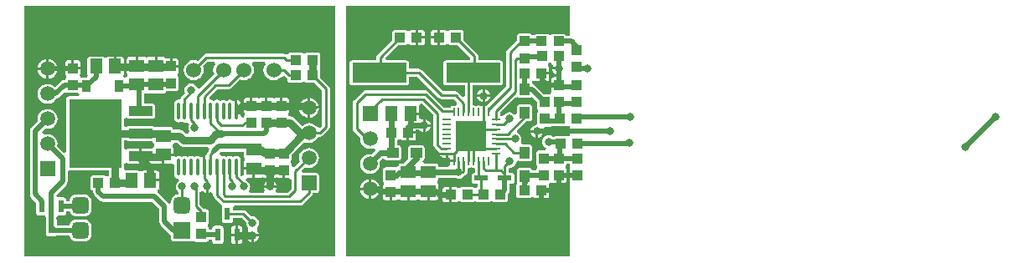
<source format=gtl>
%FSDAX23Y23*%
%MOIN*%
%SFA1B1*%

%IPPOS*%
%AMD18*
4,1,8,-0.016700,-0.033400,0.016700,-0.033400,0.033400,-0.016700,0.033400,0.016700,0.016700,0.033400,-0.016700,0.033400,-0.033400,0.016700,-0.033400,-0.016700,-0.016700,-0.033400,0.0*
1,1,0.033400,-0.016700,-0.016700*
1,1,0.033400,0.016700,-0.016700*
1,1,0.033400,0.016700,0.016700*
1,1,0.033400,-0.016700,0.016700*
%
%ADD10R,0.039400X0.043300*%
%ADD11R,0.023600X0.051200*%
%ADD12R,0.051200X0.059100*%
%ADD13O,0.013800X0.070900*%
%ADD14R,0.059100X0.051200*%
%ADD15R,0.035800X0.048000*%
%ADD16R,0.094500X0.129900*%
%ADD17R,0.094500X0.039400*%
G04~CAMADD=18~8~0.0~0.0~669.0~669.0~167.0~0.0~15~0.0~0.0~0.0~0.0~0~0.0~0.0~0.0~0.0~0~0.0~0.0~0.0~180.0~668.0~668.0*
%ADD18D18*%
%ADD19R,0.066900X0.066900*%
%ADD20R,0.043300X0.039400*%
%ADD21R,0.039400X0.045300*%
%ADD22R,0.057100X0.021700*%
%ADD23R,0.216500X0.078700*%
%ADD24R,0.045300X0.039400*%
%ADD25R,0.122000X0.122000*%
%ADD26O,0.033500X0.009800*%
%ADD27O,0.009800X0.033500*%
%ADD28C,0.010000*%
%ADD29C,0.023600*%
%ADD30C,0.020000*%
%ADD31C,0.019700*%
%ADD32C,0.030000*%
%ADD33C,0.029000*%
%ADD34R,0.210000X0.275000*%
%ADD35R,0.059100X0.059100*%
%ADD36C,0.059100*%
%ADD37C,0.060000*%
%ADD38C,0.031500*%
%LNde-060718-1*%
%LPD*%
G36*
X02436Y02113D02*
X01201D01*
Y03113*
X02436*
Y02113*
G37*
G36*
X03299Y02886D02*
X03302Y02881D01*
X03303Y02874*
X03302Y02871*
X03302Y02870*
X03327*
Y02860*
X03302*
X03302Y02858*
X03305Y02852*
X03309Y02846*
X03314Y02842*
X03320Y02839*
X03318Y02830*
X03309*
X03305Y02829*
X03302Y02827*
X03299Y02824*
X03299Y02820*
Y02803*
X03329*
Y02793*
X03299*
Y02776*
X03299Y02772*
X03294Y02764*
X03291Y02762*
X03269*
X03235Y02795*
X03229Y02800*
X03223Y02801*
X03220Y02809*
Y02809*
X03222Y02814*
X03223Y02814*
X03231Y02816*
X03235Y02816*
X03252*
Y02846*
X03257*
Y02851*
X03289*
Y02865*
X03288Y02869*
X03286Y02872*
X03284Y02874*
X03283Y02879*
X03285Y02884*
X03286Y02884*
X03288Y02886*
X03289Y02887*
X03298*
X03299Y02886*
G37*
G36*
X03372Y02994D02*
X03358D01*
X03357Y02996*
X03355Y02999*
X03352Y03002*
X03348Y03002*
X03304*
X03300Y03002*
X03298Y03000*
X03297Y02999*
X03288*
X03287Y03000*
X03285Y03002*
X03281Y03002*
X03237*
X03234Y03002*
X03230Y02999*
X03229Y02998*
X03223Y02998*
X03219Y02999*
X03216Y03002*
X03213Y03004*
X03209Y03005*
X03170*
X03166Y03004*
X03163Y03002*
X03160Y02999*
X03160Y02995*
Y02976*
X03122Y02938*
X03118Y02933*
X03117Y02928*
Y02793*
X03038Y02713*
X03034Y02716*
X03033Y02716*
Y02704*
X03032Y02702*
Y02690*
X03023*
Y02702*
X03023Y02704*
Y02716*
X03022Y02716*
X03018Y02713*
X03014Y02716*
X03008Y02717*
X03002Y02716*
X02998Y02713*
X02994Y02716*
X02988Y02717*
X02984Y02721*
Y02798*
X03095*
X03099Y02799*
X03102Y02801*
X03104Y02804*
X03105Y02808*
Y02887*
X03104Y02891*
X03102Y02894*
X03099Y02896*
X03095Y02897*
X03006*
Y02914*
X03005Y02920*
X03001Y02925*
X02949Y02977*
Y03007*
X02948Y03011*
X02946Y03014*
X02943Y03017*
X02939Y03017*
X02895*
X02891Y03017*
X02890Y03015*
X02888Y03014*
X02879*
X02877Y03015*
X02876Y03017*
X02872Y03017*
X02855*
Y02988*
Y02958*
X02872*
X02876Y02958*
X02877Y02960*
X02879Y02961*
X02888*
X02890Y02960*
X02891Y02958*
X02895Y02958*
X02925*
X02975Y02908*
Y02897*
X02878*
X02874Y02896*
X02871Y02894*
X02869Y02891*
X02868Y02887*
Y02808*
X02869Y02804*
X02871Y02801*
X02874Y02799*
X02878Y02798*
X02953*
Y02755*
X02944Y02752*
X02927Y02768*
X02922Y02772*
X02917Y02773*
X02866*
X02780Y02858*
X02775Y02862*
X02770Y02863*
X02731*
Y02887*
X02730Y02891*
X02728Y02894*
X02725Y02896*
X02721Y02897*
X02640*
X02636Y02907*
X02687Y02958*
X02717*
X02721Y02958*
X02722Y02960*
X02724Y02961*
X02733*
X02735Y02960*
X02736Y02958*
X02740Y02958*
X02757*
Y02988*
Y03017*
X02740*
X02736Y03017*
X02735Y03015*
X02733Y03014*
X02724*
X02722Y03015*
X02721Y03017*
X02717Y03017*
X02673*
X02670Y03017*
X02666Y03014*
X02664Y03011*
X02663Y03007*
Y02977*
X02606Y02920*
X02602Y02915*
X02601Y02909*
Y02897*
X02504*
X02500Y02896*
X02497Y02894*
X02495Y02891*
X02494Y02887*
Y02808*
X02495Y02804*
X02497Y02801*
X02500Y02799*
X02504Y02798*
X02721*
X02725Y02799*
X02728Y02801*
X02730Y02804*
X02731Y02808*
Y02832*
X02763*
X02849Y02747*
X02854Y02743*
X02860Y02742*
X02910*
X02922Y02731*
X02920Y02719*
X02915Y02716*
X02910Y02717*
X02904Y02716*
X02899Y02713*
X02896Y02709*
X02871*
X02808Y02772*
X02803Y02776*
X02797Y02777*
X02558*
X02552Y02776*
X02547Y02772*
X02513Y02738*
X02509Y02733*
X02508Y02728*
Y02623*
X02509Y02617*
X02513Y02612*
X02536Y02588*
X02536Y02583*
X02537Y02572*
X02541Y02563*
X02547Y02554*
X02556Y02548*
X02565Y02544*
X02576Y02543*
X02586Y02544*
X02592Y02547*
X02598Y02538*
X02581Y02522*
X02576Y02522*
X02565Y02521*
X02556Y02517*
X02547Y02511*
X02541Y02502*
X02537Y02493*
X02536Y02483*
X02537Y02472*
X02541Y02463*
X02547Y02454*
X02556Y02448*
X02565Y02444*
X02576Y02443*
X02586Y02444*
X02595Y02448*
X02604Y02454*
X02610Y02463*
X02614Y02472*
X02615Y02483*
X02614Y02492*
X02625Y02503*
X02628Y02503*
X02636Y02502*
X02637Y02501*
X02641Y02498*
X02645Y02498*
X02690*
X02694Y02498*
X02697Y02501*
X02699Y02504*
X02700Y02508*
Y02547*
X02699Y02551*
X02697Y02554*
X02694Y02557*
X02690Y02557*
X02683*
Y02578*
X02686Y02578*
X02687Y02580*
X02689Y02581*
X02698*
X02700Y02580*
X02701Y02578*
X02705Y02578*
X02722*
Y02608*
X02727*
Y02613*
X02759*
Y02620*
X02765Y02622*
X02769Y02623*
X02772Y02618*
X02778Y02614*
X02784Y02611*
X02786Y02611*
Y02637*
Y02662*
X02784Y02662*
X02782Y02661*
X02773Y02666*
X02772Y02667*
Y02678*
X02736*
Y02688*
X02772*
Y02712*
X02771Y02714*
X02777Y02723*
X02783Y02724*
X02784Y02724*
X02829Y02679*
Y02559*
X02830Y02553*
X02834Y02548*
X02849Y02533*
X02854Y02529*
X02855Y02529*
X02855Y02527*
X02857Y02529*
X02860Y02528*
X02881*
Y02524*
X02886*
Y02508*
X02893Y02507*
X02894Y02500*
X02910*
Y02490*
X02894*
Y02483*
X02895Y02482*
X02889Y02473*
X02887Y02472*
X02848*
Y02476*
X02847Y02479*
X02845Y02483*
X02842Y02485*
X02838Y02486*
X02793*
X02785Y02496*
X02786Y02498*
X02787Y02499*
X02790Y02501*
X02792Y02504*
X02793Y02508*
Y02547*
X02792Y02551*
X02790Y02554*
X02786Y02557*
X02782Y02557*
X02737*
X02733Y02557*
X02730Y02554*
X02728Y02551*
X02727Y02547*
Y02508*
X02728Y02505*
X02713Y02490*
X02710Y02486*
X02699*
X02695Y02485*
X02692Y02483*
X02690Y02479*
X02689Y02476*
X02688Y02475*
X02679Y02470*
X02678Y02470*
X02639*
X02635Y02469*
X02632Y02467*
X02629Y02464*
X02629Y02460*
Y02416*
X02629Y02412*
X02631Y02411*
X02632Y02409*
Y02400*
X02631Y02398*
X02629Y02397*
X02629Y02393*
Y02376*
X02659*
Y02371*
X02664*
Y02339*
X02678*
X02682Y02340*
X02691Y02341*
X02697Y02340*
X02699Y02339*
X02704*
X02724*
Y02375*
X02734*
Y02339*
X02758*
X02762Y02340*
X02765Y02342*
X02772*
X02775Y02340*
X02779Y02339*
X02804*
Y02375*
X02809*
Y02380*
X02848*
Y02401*
X02847Y02405*
X02846Y02406*
X02845Y02408*
Y02417*
X02846Y02419*
X02847Y02420*
X02848Y02424*
Y02428*
X02918*
X02923Y02426*
X02929Y02425*
X02936Y02426*
X02942Y02428*
X02948Y02432*
X02951Y02437*
X02955Y02439*
X02960Y02444*
X02963Y02449*
X02964Y02455*
Y02464*
X02969Y02468*
X02975Y02469*
X02979Y02472*
X02983Y02469*
X02988Y02468*
X02993Y02464*
Y02448*
X02991*
X02987Y02447*
X02984Y02445*
X02981Y02441*
X02981Y02437*
Y02416*
X02981Y02412*
X02984Y02409*
X02987Y02406*
X02991Y02406*
X03004*
Y02390*
X03001Y02390*
X02997Y02387*
X02992*
X02989Y02390*
X02985Y02390*
X02941*
X02937Y02390*
X02936Y02388*
X02934Y02387*
X02925*
X02923Y02388*
X02922Y02390*
X02918Y02390*
X02901*
Y02361*
Y02331*
X02918*
X02922Y02331*
X02923Y02333*
X02925Y02334*
X02934*
X02936Y02333*
X02937Y02331*
X02941Y02331*
X02985*
X02989Y02331*
X02992Y02334*
X02997*
X03001Y02331*
X03004Y02331*
X03048*
X03052Y02331*
X03054Y02333*
X03055Y02334*
X03064*
X03065Y02333*
X03067Y02331*
X03071Y02331*
X03115*
X03119Y02331*
X03122Y02334*
X03124Y02337*
X03125Y02341*
Y02364*
X03126Y02365*
X03131Y02372*
X03132Y02379*
Y02406*
X03140*
X03144Y02406*
X03148Y02409*
X03150Y02412*
X03151Y02416*
Y02437*
X03150Y02441*
X03148Y02445*
X03144Y02447*
X03140Y02448*
X03127*
Y02465*
X03131Y02468*
X03137Y02468*
X03144Y02471*
X03149Y02475*
X03153Y02481*
X03156Y02487*
X03156Y02492*
X03160Y02495*
X03166Y02497*
X03168Y02496*
X03172Y02495*
X03211*
X03215Y02496*
X03218Y02498*
X03221Y02501*
X03221Y02505*
Y02550*
X03221Y02554*
X03218Y02558*
X03215Y02560*
X03211Y02561*
X03181*
X03177Y02567*
X03176Y02571*
X03178Y02576*
X03179Y02583*
X03178Y02589*
X03175Y02596*
X03171Y02601*
X03166Y02605*
X03163Y02606*
X03160Y02615*
X03160Y02618*
X03198Y02655*
X03210*
X03214Y02656*
X03217Y02658*
X03220Y02662*
X03220Y02666*
Y02711*
X03220Y02715*
X03217Y02718*
X03214Y02720*
X03210Y02721*
X03171*
X03167Y02720*
X03164Y02718*
X03161Y02715*
X03161Y02711*
Y02683*
X03151Y02680*
X03149Y02682*
X03144Y02686*
X03137Y02689*
X03131Y02690*
X03124Y02689*
X03118Y02686*
X03112Y02682*
X03109Y02678*
X03098Y02676*
X03095Y02679*
X03094Y02690*
X03153Y02749*
X03164Y02751*
X03167Y02749*
X03171Y02748*
X03210*
X03214Y02749*
X03217Y02751*
X03221Y02751*
X03242Y02731*
Y02708*
X03242Y02704*
X03244Y02702*
X03245Y02701*
Y02692*
X03244Y02691*
X03242Y02689*
X03242Y02685*
Y02649*
X03240Y02641*
X03233Y02639*
X03227Y02636*
X03221Y02632*
X03217Y02627*
X03214Y02620*
X03214Y02619*
X03265*
X03265Y02620*
X03264Y02621*
X03270Y02631*
X03291*
X03295Y02632*
X03298Y02634*
X03306*
X03307Y02633*
X03310Y02633*
X03354*
X03358Y02633*
X03360Y02635*
X03361Y02636*
X03370*
X03371Y02635*
X03372*
Y02597*
X03370Y02596*
X03362Y02593*
X03361Y02594*
X03357Y02594*
X03313*
X03310Y02594*
X03307Y02592*
X03303*
X03301Y02594*
X03294Y02597*
X03288Y02598*
X03281Y02597*
X03275Y02594*
X03269Y02590*
X03265Y02585*
X03262Y02578*
X03262Y02572*
X03262Y02565*
X03265Y02559*
X03269Y02553*
X03275Y02549*
X03277Y02548*
X03275Y02538*
X03249*
X03245Y02537*
X03242Y02535*
X03239Y02532*
X03239Y02528*
Y02484*
X03239Y02480*
X03241Y02479*
X03242Y02477*
Y02468*
X03241Y02466*
X03239Y02465*
X03239Y02461*
Y02459*
X03221*
X03221Y02462*
X03218Y02465*
X03215Y02467*
X03211Y02468*
X03172*
X03168Y02467*
X03165Y02465*
X03162Y02462*
X03162Y02458*
Y02413*
X03162Y02409*
X03164Y02406*
X03161Y02404*
X03159Y02401*
X03158Y02397*
Y02358*
X03159Y02354*
X03161Y02351*
X03165Y02348*
X03168Y02348*
X03212*
X03216Y02348*
X03218Y02350*
X03219Y02351*
X03228*
X03229Y02350*
X03231Y02348*
X03235Y02348*
X03252*
Y02378*
X03257*
Y02383*
X03289*
Y02397*
Y02397*
X03289Y02402*
X03292Y02408*
X03299Y02409*
X03305Y02408*
X03306Y02408*
X03309Y02407*
X03324*
Y02439*
X03329*
Y02444*
X03358*
Y02461*
X03358Y02465*
X03356Y02466*
X03355Y02468*
Y02477*
X03356Y02479*
X03358Y02480*
X03358Y02484*
Y02486*
X03371*
Y02483*
X03371Y02479*
X03372Y02479*
Y02464*
X03371Y02464*
X03371Y02460*
Y02416*
X03371Y02413*
X03372Y02412*
Y02113*
X02480*
Y03113*
X03372*
Y02994*
G37*
%LNde-060718-2*%
%LPC*%
G36*
X02104Y02193D02*
X02083D01*
X02083Y02191*
X02086Y02185*
X02090Y02179*
X02096Y02175*
X02102Y02172*
X02104Y02172*
Y02193*
G37*
G36*
X02068Y02196D02*
X02051D01*
Y02165*
X02058*
X02062Y02166*
X02065Y02168*
X02067Y02172*
X02068Y02176*
Y02196*
G37*
G36*
X02134Y02193D02*
X02114D01*
Y02172*
X02115Y02172*
X02122Y02175*
X02127Y02179*
X02131Y02185*
X02134Y02191*
X02134Y02193*
G37*
G36*
X02058Y02237D02*
X02051D01*
Y02206*
X02068*
Y02227*
X02067Y02231*
X02065Y02234*
X02062Y02236*
X02058Y02237*
G37*
G36*
X02041D02*
X02034D01*
X02030Y02236*
X02027Y02234*
X02025Y02231*
X02024Y02227*
Y02206*
X02041*
Y02237*
G37*
G36*
X01413Y02898D02*
X01399D01*
Y02871*
X01423*
Y02888*
X01423Y02892*
X01420Y02895*
X01417Y02897*
X01413Y02898*
G37*
G36*
X01587Y02912D02*
X01566D01*
Y02878*
X01597*
Y02902*
X01596Y02906*
X01594Y02909*
X01590Y02911*
X01587Y02912*
G37*
G36*
X01389Y02898D02*
X01374D01*
X01370Y02897*
X01367Y02895*
X01364Y02892*
X01364Y02888*
Y02871*
X01389*
Y02898*
G37*
G36*
X01299Y02902D02*
Y02868D01*
X01333*
X01332Y02873*
X01328Y02882*
X01322Y02891*
X01313Y02897*
X01304Y02901*
X01299Y02902*
G37*
G36*
X02369Y02927D02*
X02325D01*
X02321Y02927*
X02319Y02925*
X02318Y02924*
X02309*
X02308Y02925*
X02306Y02927*
X02302Y02927*
X02258*
X02255Y02927*
X02251Y02924*
X02248Y02921*
X02241Y02922*
X02239Y02922*
X02234Y02923*
X01924*
X01919Y02922*
X01914Y02918*
X01890Y02894*
X01885Y02897*
X01874Y02898*
X01864Y02897*
X01854Y02892*
X01846Y02886*
X01840Y02878*
X01836Y02868*
X01834Y02858*
X01836Y02847*
X01840Y02837*
X01846Y02829*
X01854Y02823*
X01864Y02819*
X01874Y02817*
X01885Y02819*
X01895Y02823*
X01903Y02829*
X01909Y02837*
X01913Y02847*
X01915Y02858*
X01913Y02868*
X01911Y02873*
X01931Y02892*
X01956*
X01961Y02882*
X01958Y02878*
X01954Y02868*
X01952Y02858*
X01954Y02847*
X01956Y02842*
X01899Y02785*
X01896Y02785*
X01887Y02788*
X01886Y02791*
X01882Y02796*
X01877Y02800*
X01870Y02803*
X01864Y02804*
X01857Y02803*
X01851Y02800*
X01845Y02796*
X01841Y02791*
X01838Y02784*
X01838Y02778*
X01838Y02771*
X01840Y02766*
X01828Y02753*
X01824Y02748*
X01824Y02748*
X01821Y02742*
X01813Y02741*
X01807Y02739*
X01801Y02735*
X01797Y02730*
X01796Y02723*
Y02666*
X01797Y02660*
X01801Y02654*
X01807Y02650*
X01813Y02649*
X01820Y02650*
X01826Y02654*
X01827*
X01832Y02650*
X01839Y02649*
X01846Y02650*
X01849Y02648*
X01856Y02641*
X01853Y02634*
X01853Y02628*
X01853Y02621*
X01856Y02615*
X01857Y02614*
X01853Y02605*
X01843Y02604*
X01834Y02613*
X01826Y02619*
X01816Y02620*
X01793*
Y02621*
X01792Y02624*
X01790Y02628*
X01787Y02630*
X01783Y02631*
X01724*
X01720Y02630*
X01719Y02630*
X01718Y02631*
X01715Y02634*
X01711Y02634*
X01616*
X01613Y02634*
X01609Y02631*
X01609Y02631*
X01599Y02634*
Y02666*
X01609Y02669*
X01609Y02668*
X01613Y02666*
X01616Y02665*
X01711*
X01715Y02666*
X01718Y02668*
X01720Y02672*
X01721Y02675*
Y02715*
X01720Y02719*
X01718Y02722*
X01715Y02724*
X01711Y02725*
X01678*
Y02764*
X01682Y02765*
X01685Y02767*
X01686Y02768*
X01688*
X01691Y02766*
X01695Y02765*
X01754*
X01758Y02766*
X01761Y02768*
X01763Y02772*
X01764Y02774*
X01765Y02774*
X01804*
X01808Y02775*
X01811Y02777*
X01814Y02781*
X01814Y02784*
Y02797*
X01815Y02800*
X01814Y02803*
Y02828*
X01814Y02832*
X01812Y02833*
X01811Y02835*
Y02844*
X01812Y02846*
X01814Y02847*
X01814Y02851*
Y02868*
X01785*
Y02873*
X01780*
Y02905*
X01765*
X01764Y02905*
X01763Y02905*
X01761Y02909*
X01758Y02911*
X01754Y02912*
X01730*
Y02876*
X01720*
Y02912*
X01695*
X01691Y02911*
X01687Y02909*
X01682Y02910*
X01678Y02911*
X01654*
Y02875*
X01649*
Y02870*
X01609*
Y02849*
X01610Y02845*
X01611Y02844*
X01612Y02842*
Y02833*
X01611Y02832*
X01607Y02831*
X01600Y02829*
X01595Y02834*
X01594Y02837*
X01596Y02839*
X01597Y02843*
Y02868*
X01561*
Y02873*
X01556*
Y02912*
X01535*
X01531Y02911*
X01530Y02910*
X01528Y02909*
X01519*
X01517Y02910*
X01516Y02911*
X01512Y02912*
X01461*
X01457Y02911*
X01453Y02909*
X01451Y02906*
X01450Y02902*
Y02843*
X01451Y02839*
X01453Y02837*
X01452Y02832*
X01449Y02827*
X01431*
X01430Y02826*
X01425Y02830*
X01422Y02840*
X01423Y02840*
X01423Y02844*
Y02861*
X01364*
Y02844*
X01364Y02840*
X01366Y02839*
X01367Y02837*
Y02828*
X01366Y02826*
X01364Y02825*
X01364Y02821*
Y02819*
X01360*
X01352Y02818*
X01346Y02814*
X01323Y02791*
X01322Y02791*
X01313Y02797*
X01304Y02801*
X01294Y02802*
X01283Y02801*
X01274Y02797*
X01265Y02791*
X01259Y02782*
X01255Y02773*
X01254Y02763*
X01255Y02752*
X01259Y02743*
X01265Y02734*
X01274Y02728*
X01283Y02724*
X01294Y02723*
X01304Y02724*
X01313Y02728*
X01322Y02734*
X01328Y02743*
X01328Y02743*
X01331Y02744*
X01338Y02748*
X01357Y02767*
X01367Y02770*
X01370Y02768*
X01374Y02767*
X01413*
X01415Y02768*
X01421Y02762*
X01416Y02753*
X01379*
X01375Y02752*
X01371Y02750*
X01369Y02746*
X01368Y02743*
Y02531*
X01358Y02527*
X01332Y02553*
X01333Y02563*
X01332Y02573*
X01328Y02582*
X01322Y02591*
X01313Y02597*
X01304Y02601*
X01294Y02602*
X01283Y02601*
X01282Y02600*
X01271Y02607*
X01270Y02610*
X01284Y02624*
X01294Y02623*
X01304Y02624*
X01313Y02628*
X01322Y02634*
X01328Y02643*
X01332Y02652*
X01333Y02663*
X01332Y02673*
X01328Y02682*
X01322Y02691*
X01313Y02697*
X01304Y02701*
X01294Y02702*
X01283Y02701*
X01274Y02697*
X01265Y02691*
X01259Y02682*
X01255Y02673*
X01254Y02663*
X01255Y02653*
X01229Y02627*
X01225Y02620*
X01223Y02613*
Y02363*
X01225Y02355*
X01229Y02348*
X01249Y02328*
Y02288*
X01250Y02284*
X01252Y02281*
X01255Y02279*
X01259Y02278*
X01283*
X01288Y02269*
Y02262*
X01287Y02261*
X01287Y02257*
Y02206*
X01287Y02202*
X01290Y02198*
X01293Y02196*
X01297Y02195*
X01320*
X01324Y02196*
X01326Y02197*
X01380*
X01381Y02194*
X01383Y02187*
X01388Y02182*
X01393Y02177*
X01400Y02175*
X01407Y02174*
X01440*
X01447Y02175*
X01454Y02177*
X01459Y02182*
X01464Y02187*
X01466Y02194*
X01467Y02201*
Y02234*
X01466Y02241*
X01464Y02248*
X01459Y02253*
X01454Y02258*
X01447Y02260*
X01440Y02261*
X01407*
X01400Y02260*
X01393Y02258*
X01388Y02253*
X01383Y02248*
X01381Y02241*
X01380Y02238*
X01331*
X01331Y02238*
Y02257*
X01330Y02261*
X01329Y02262*
Y02269*
X01334Y02278*
X01358*
X01362Y02279*
X01365Y02281*
X01367Y02284*
X01368Y02288*
Y02293*
X01381*
X01383Y02287*
X01388Y02282*
X01393Y02277*
X01400Y02275*
X01407Y02274*
X01440*
X01447Y02275*
X01454Y02277*
X01459Y02282*
X01464Y02287*
X01466Y02294*
X01467Y02301*
Y02334*
X01466Y02341*
X01464Y02348*
X01459Y02353*
X01454Y02358*
X01447Y02360*
X01440Y02361*
X01407*
X01400Y02360*
X01393Y02358*
X01388Y02353*
X01383Y02348*
X01381Y02341*
X01380Y02334*
X01368*
Y02339*
X01367Y02343*
X01365Y02347*
X01362Y02349*
X01358Y02350*
X01334*
X01329Y02359*
Y02359*
X01368Y02398*
X01372Y02405*
X01374Y02413*
Y02448*
X01379Y02457*
X01537*
Y02437*
X01536*
X01535Y02435*
X01533Y02434*
X01524*
X01522Y02435*
X01521Y02437*
X01517Y02437*
X01473*
X01470Y02437*
X01466Y02434*
X01464Y02431*
X01463Y02427*
Y02388*
X01464Y02384*
X01466Y02381*
X01470Y02378*
X01473Y02378*
X01475*
Y02371*
X01476Y02363*
X01481Y02357*
X01499Y02338*
X01506Y02334*
X01514Y02332*
X01710*
X01738Y02304*
Y02253*
X01740Y02245*
X01744Y02238*
X01779Y02203*
X01785Y02199*
Y02184*
X01786Y02180*
X01788Y02177*
X01791Y02175*
X01795Y02174*
X01862*
X01866Y02175*
X01866*
X01870Y02175*
X01874Y02175*
X01878Y02174*
X01880Y02173*
X01884Y02172*
X01923*
X01927Y02173*
X01930Y02175*
X01933Y02179*
X01933Y02181*
X01949*
Y02176*
X01950Y02172*
X01952Y02168*
X01955Y02166*
X01959Y02165*
X01983*
X01987Y02166*
X01990Y02168*
X01992Y02172*
X01993Y02176*
Y02227*
X01992Y02231*
X01990Y02234*
X01987Y02236*
X01983Y02237*
X01959*
X01955Y02236*
X01952Y02234*
X01950Y02231*
X01949Y02227*
Y02222*
X01933*
Y02226*
X01933Y02230*
X01931Y02231*
X01930Y02233*
Y02242*
X01931Y02244*
X01933Y02245*
X01933Y02249*
Y02293*
X01933Y02297*
X01930Y02300*
X01927Y02302*
X01923Y02303*
X01915*
X01914Y02303*
X01899Y02319*
Y02372*
X01908Y02375*
X01909Y02375*
X01910Y02375*
X01910Y02374*
X01916Y02370*
X01922Y02367*
X01924Y02367*
Y02393*
X01934*
Y02367*
X01935Y02367*
X01942Y02370*
X01942Y02370*
X01952Y02365*
Y02359*
X01953Y02353*
X01956Y02348*
X01983Y02322*
X01988Y02318*
X01987Y02313*
X01987Y02309*
Y02258*
X01987Y02254*
X01990Y02251*
X01993Y02249*
X01997Y02248*
X02020*
X02024Y02249*
X02028Y02251*
X02030Y02254*
X02031Y02258*
Y02269*
X02066*
X02083Y02251*
X02083Y02248*
X02083Y02241*
X02086Y02235*
X02090Y02229*
X02091Y02229*
X02091Y02228*
Y02217*
X02091Y02217*
X02090Y02216*
X02086Y02211*
X02083Y02204*
X02083Y02203*
X02134*
X02134Y02204*
X02131Y02211*
X02127Y02216*
X02126Y02217*
X02126Y02217*
Y02228*
X02126Y02229*
X02127Y02229*
X02131Y02235*
X02134Y02241*
X02135Y02248*
X02134Y02254*
X02131Y02261*
X02127Y02266*
X02122Y02270*
X02115Y02273*
X02109Y02274*
X02105Y02273*
X02083Y02295*
X02078Y02298*
X02072Y02299*
X02031*
Y02309*
X02038Y02317*
X02038Y02317*
X02299*
X02304Y02318*
X02309Y02322*
X02344Y02357*
X02348Y02362*
X02349Y02368*
Y02368*
X02363*
X02367Y02369*
X02370Y02371*
X02372Y02374*
X02373Y02378*
Y02437*
X02372Y02441*
X02370Y02444*
X02367Y02446*
X02363Y02447*
X02309*
X02305Y02457*
X02319Y02471*
X02323Y02469*
X02334Y02468*
X02344Y02469*
X02353Y02473*
X02362Y02479*
X02368Y02488*
X02372Y02497*
X02373Y02508*
X02372Y02518*
X02368Y02527*
X02362Y02536*
X02353Y02542*
X02344Y02546*
X02334Y02547*
X02323Y02546*
X02314Y02542*
X02305Y02536*
X02299Y02527*
X02295Y02518*
X02294Y02508*
X02295Y02497*
X02297Y02493*
X02273Y02469*
X02263Y02473*
Y02481*
X02263Y02485*
X02261Y02487*
X02260Y02488*
Y02497*
X02261Y02498*
X02263Y02500*
X02263Y02504*
Y02521*
X02315Y02572*
X02323Y02569*
X02334Y02568*
X02344Y02569*
X02353Y02573*
X02362Y02579*
X02368Y02588*
X02370Y02592*
X02379*
X02384Y02593*
X02389Y02597*
X02411Y02619*
X02415Y02624*
X02416Y02630*
Y02784*
X02415Y02790*
X02411Y02795*
X02379Y02827*
Y02857*
X02378Y02861*
X02376Y02864*
Y02871*
X02378Y02874*
X02379Y02878*
Y02917*
X02378Y02921*
X02376Y02924*
X02373Y02927*
X02369Y02927*
G37*
G36*
X01644Y02911D02*
X01619D01*
X01615Y02910*
X01612Y02908*
X01610Y02904*
X01609Y02901*
Y02880*
X01644*
Y02911*
G37*
G36*
X01804Y02905D02*
X01790D01*
Y02878*
X01814*
Y02895*
X01814Y02899*
X01811Y02902*
X01808Y02904*
X01804Y02905*
G37*
G36*
X02041Y02196D02*
X02024D01*
Y02176*
X02025Y02172*
X02027Y02168*
X02030Y02166*
X02034Y02165*
X02041*
Y02196*
G37*
G36*
X01333Y02858D02*
X01299D01*
Y02823*
X01304Y02824*
X01313Y02828*
X01322Y02834*
X01328Y02843*
X01332Y02852*
X01333Y02858*
G37*
G36*
X01289Y02902D02*
X01283Y02901D01*
X01274Y02897*
X01265Y02891*
X01259Y02882*
X01255Y02873*
X01254Y02868*
X01289*
Y02902*
G37*
G36*
Y02858D02*
X01254D01*
X01255Y02852*
X01259Y02843*
X01265Y02834*
X01274Y02828*
X01283Y02824*
X01289Y02823*
Y02858*
G37*
G36*
X03289Y02841D02*
X03262D01*
Y02816*
X03279*
X03283Y02816*
X03286Y02819*
X03288Y02822*
X03289Y02826*
Y02841*
G37*
G36*
X02796Y02662D02*
Y02642D01*
X02816*
X02816Y02643*
X02813Y02650*
X02809Y02655*
X02804Y02659*
X02797Y02662*
X02796Y02662*
G37*
G36*
X02816Y02632D02*
X02796D01*
Y02611*
X02797Y02611*
X02804Y02614*
X02809Y02618*
X02813Y02624*
X02816Y02630*
X02816Y02632*
G37*
G36*
X03235Y02609D02*
X03214D01*
X03214Y02607*
X03217Y02601*
X03221Y02595*
X03227Y02591*
X03233Y02588*
X03235Y02588*
Y02609*
G37*
G36*
X03265D02*
X03245D01*
Y02588*
X03246Y02588*
X03253Y02591*
X03258Y02595*
X03262Y02601*
X03265Y02607*
X03265Y02609*
G37*
G36*
X02759Y02603D02*
X02732D01*
Y02578*
X02749*
X02753Y02578*
X02756Y02581*
X02758Y02584*
X02759Y02588*
Y02603*
G37*
G36*
X02615Y02378D02*
X02581D01*
Y02343*
X02586Y02344*
X02595Y02348*
X02604Y02354*
X02610Y02363*
X02614Y02372*
X02615Y02378*
G37*
G36*
X03289Y02373D02*
X03262D01*
Y02348*
X03279*
X03283Y02348*
X03286Y02351*
X03288Y02354*
X03289Y02358*
Y02373*
G37*
G36*
X02571Y02378D02*
X02536D01*
X02537Y02372*
X02541Y02363*
X02547Y02354*
X02556Y02348*
X02565Y02344*
X02571Y02343*
Y02378*
G37*
G36*
X02654Y02366D02*
X02629D01*
Y02349*
X02629Y02346*
X02632Y02342*
X02635Y02340*
X02639Y02339*
X02654*
Y02366*
G37*
G36*
X02848Y02370D02*
X02814D01*
Y02339*
X02838*
X02842Y02340*
X02845Y02342*
X02847Y02346*
X02848Y02350*
Y02370*
G37*
G36*
X02891Y02390D02*
X02874D01*
X02871Y02390*
X02867Y02387*
X02865Y02384*
X02864Y02380*
Y02366*
X02891*
Y02390*
G37*
G36*
Y02356D02*
X02864D01*
Y02341*
X02865Y02337*
X02867Y02334*
X02871Y02331*
X02874Y02331*
X02891*
Y02356*
G37*
G36*
X02876Y02519D02*
X02855D01*
X02855Y02518*
X02859Y02513*
X02863Y02510*
X02869Y02508*
X02876*
Y02519*
G37*
G36*
X03358Y02434D02*
X03334D01*
Y02407*
X03348*
X03352Y02408*
X03355Y02410*
X03358Y02414*
X03358Y02417*
Y02434*
G37*
G36*
X02571Y02422D02*
X02565Y02421D01*
X02556Y02417*
X02547Y02411*
X02541Y02402*
X02537Y02393*
X02536Y02388*
X02571*
Y02422*
G37*
G36*
X02581D02*
Y02388D01*
X02615*
X02614Y02393*
X02610Y02402*
X02604Y02411*
X02595Y02417*
X02586Y02421*
X02581Y02422*
G37*
G36*
X02845Y03017D02*
X02828D01*
X02825Y03017*
X02821Y03014*
X02819Y03011*
X02818Y03007*
Y02993*
X02845*
Y03017*
G37*
G36*
X02794Y02983D02*
X02767D01*
Y02958*
X02784*
X02788Y02958*
X02791Y02961*
X02793Y02964*
X02794Y02968*
Y02983*
G37*
G36*
X02845D02*
X02818D01*
Y02968*
X02819Y02964*
X02821Y02961*
X02825Y02958*
X02828Y02958*
X02845*
Y02983*
G37*
G36*
X03023Y02781D02*
X03021Y02781D01*
X03015Y02778*
X03009Y02774*
X03005Y02769*
X03002Y02762*
X03002Y02761*
X03023*
Y02781*
G37*
G36*
X03033D02*
Y02761D01*
X03053*
X03053Y02762*
X03050Y02769*
X03046Y02774*
X03041Y02778*
X03034Y02781*
X03033Y02781*
G37*
G36*
X03053Y02751D02*
X03033D01*
Y02730*
X03034Y02730*
X03041Y02733*
X03046Y02737*
X03050Y02743*
X03053Y02749*
X03053Y02751*
G37*
G36*
X03023D02*
X03002D01*
X03002Y02749*
X03005Y02743*
X03009Y02737*
X03015Y02733*
X03021Y02730*
X03023Y02730*
Y02751*
G37*
G36*
X02784Y03017D02*
X02767D01*
Y02993*
X02794*
Y03007*
X02793Y03011*
X02791Y03014*
X02788Y03017*
X02784Y03017*
G37*
%LNde-060718-3*%
%LPD*%
G36*
X02161Y02882D02*
X02158Y02878D01*
X02154Y02868*
X02152Y02858*
X02154Y02847*
X02158Y02837*
X02164Y02829*
X02172Y02823*
X02182Y02819*
X02193Y02817*
X02203Y02819*
X02213Y02823*
X02221Y02829*
X02223Y02832*
X02236Y02833*
X02243Y02827*
X02248Y02823*
X02248Y02823*
Y02818*
X02249Y02814*
X02251Y02811*
X02255Y02808*
X02258Y02808*
X02302*
X02306Y02808*
X02308Y02810*
X02309Y02811*
X02318*
X02319Y02810*
X02321Y02808*
X02325Y02808*
X02355*
X02385Y02778*
Y02636*
X02378Y02629*
X02375Y02629*
X02366Y02631*
X02362Y02636*
X02353Y02642*
X02344Y02646*
X02334Y02647*
X02323Y02646*
X02314Y02642*
X02306Y02636*
X02275Y02667*
X02267Y02672*
X02257Y02674*
X02253*
X02253Y02675*
X02251Y02676*
X02250Y02678*
Y02687*
X02251Y02689*
X02253Y02690*
X02253Y02694*
Y02711*
X02224*
Y02716*
X02219*
Y02748*
X02204*
X02201Y02747*
X02200Y02747*
X02194Y02746*
X02187Y02747*
X02186Y02747*
X02183Y02748*
X02169*
Y02716*
X02159*
Y02748*
X02144*
X02141Y02747*
X02140Y02747*
X02134Y02746*
X02127Y02747*
X02126Y02747*
X02123Y02748*
X02109*
Y02716*
X02104*
Y02711*
X02074*
Y02694*
X02074Y02690*
X02076Y02689*
X02077Y02687*
Y02678*
X02076Y02676*
X02074Y02675*
X02074Y02671*
Y02669*
X02073Y02668*
X02071Y02667*
X02061Y02673*
Y02690*
X02044*
Y02695*
X02039*
Y02740*
X02037Y02739*
X02032Y02735*
X02030*
X02025Y02739*
X02018Y02741*
X02012Y02739*
X02006Y02735*
X02005*
X01999Y02739*
X01993Y02741*
X01986Y02739*
X01980Y02736*
X01974Y02739*
X01967Y02741*
X01960Y02739*
X01955Y02735*
X01954*
X01948Y02739*
X01941Y02741*
X01941Y02740*
X01939Y02741*
X01937Y02752*
X01967Y02782*
X02014*
X02020Y02783*
X02025Y02787*
X02059Y02821*
X02064Y02819*
X02074Y02817*
X02085Y02819*
X02095Y02823*
X02103Y02829*
X02109Y02837*
X02113Y02847*
X02115Y02858*
X02113Y02868*
X02109Y02878*
X02106Y02882*
X02111Y02892*
X02156*
X02161Y02882*
G37*
G36*
X01613Y02575D02*
X01616Y02575D01*
X01711*
X01715Y02565*
X01716Y02564*
X01717Y02562*
Y02553*
X01716Y02551*
X01715Y02550*
X01711Y02544*
X01669*
Y02514*
Y02484*
X01711*
X01715Y02485*
X01718Y02487*
X01720Y02485*
X01724Y02484*
X01749*
Y02520*
X01754*
Y02525*
X01793*
Y02546*
X01792Y02550*
X01791Y02551*
X01790Y02553*
Y02561*
X01796Y02569*
X01806*
X01816Y02560*
X01824Y02554*
X01834Y02552*
X01931*
X01936Y02542*
X01935Y02540*
X01933Y02534*
X01931Y02531*
X01927Y02526*
X01927Y02523*
X01925Y02520*
X01921Y02518*
Y02470*
X01911*
Y02515*
X01909Y02515*
X01904Y02511*
X01902*
X01897Y02515*
X01890Y02516*
X01884Y02515*
X01877Y02511*
X01871Y02515*
X01865Y02516*
X01858Y02515*
X01852Y02511*
X01851*
X01846Y02515*
X01839Y02516*
X01832Y02515*
X01827Y02511*
X01826*
X01820Y02515*
X01813Y02516*
X01807Y02515*
X01803Y02512*
X01796Y02515*
X01796Y02515*
X01759*
Y02484*
X01783*
X01786Y02485*
X01787Y02485*
X01796Y02480*
Y02442*
X01797Y02435*
X01801Y02430*
X01807Y02426*
X01813Y02425*
X01814Y02423*
X01816Y02415*
X01810Y02411*
X01806Y02406*
X01803Y02399*
X01803Y02393*
X01803Y02386*
X01806Y02380*
X01810Y02374*
X01813Y02372*
Y02361*
X01812*
X01805Y02360*
X01798Y02358*
X01793Y02353*
X01788Y02348*
X01786Y02341*
X01785Y02334*
Y02327*
X01775Y02324*
X01773Y02327*
X01733Y02367*
X01731Y02368*
X01731Y02373*
X01732Y02380*
X01734Y02381*
X01736Y02384*
X01737Y02388*
Y02413*
X01701*
Y02418*
X01696*
Y02457*
X01675*
X01671Y02456*
X01670Y02455*
X01668Y02454*
X01659*
X01657Y02455*
X01656Y02456*
X01652Y02457*
X01606*
X01604Y02459*
X01599Y02466*
X01599Y02467*
X01599Y02468*
Y02485*
X01609Y02488*
X01609Y02487*
X01613Y02485*
X01616Y02484*
X01659*
Y02514*
Y02544*
X01616*
X01613Y02543*
X01609Y02541*
X01609Y02540*
X01599Y02543*
Y02577*
X01610*
X01613Y02575*
G37*
G36*
X02074Y02514D02*
X02075Y02510D01*
X02076Y02508*
X02077Y02507*
Y02498*
X02076Y02497*
X02075Y02495*
X02074Y02491*
Y02470*
X02114*
Y02465*
X02119*
Y02429*
X02143*
X02147Y02430*
X02150Y02432*
X02152Y02430*
X02155Y02428*
X02159Y02427*
X02170*
X02172Y02418*
X02166Y02415*
X02160Y02411*
X02156Y02406*
X02153Y02399*
X02153Y02398*
X02204*
X02204Y02399*
X02201Y02406*
X02197Y02411*
X02192Y02415*
X02185Y02418*
X02187Y02427*
X02198*
X02202Y02428*
X02206Y02430*
X02210Y02428*
X02214Y02427*
X02229*
Y02459*
X02239*
Y02427*
X02253*
X02262Y02422*
X02263Y02420*
Y02384*
X02247Y02368*
X02204*
X02200Y02378*
X02201Y02380*
X02204Y02386*
X02204Y02388*
X02153*
X02153Y02386*
X02156Y02380*
X02157Y02378*
X02153Y02368*
X02099*
X02095Y02378*
X02096Y02380*
X02099Y02386*
X02100Y02393*
X02099Y02399*
X02096Y02406*
X02092Y02411*
X02087Y02415*
X02084Y02416*
X02083Y02417*
X02082Y02420*
X02082Y02421*
X02089Y02429*
X02109*
Y02460*
X02074*
Y02441*
X02071Y02438*
X02064Y02436*
X02060Y02439*
X02061Y02442*
Y02499*
X02060Y02505*
X02056Y02511*
X02050Y02515*
X02044Y02516*
X02037Y02515*
X02031Y02511*
X02025Y02515*
X02018Y02516*
X02012Y02515*
X02005Y02511*
X01999Y02515*
X01993Y02516*
X01986Y02515*
X01981Y02517*
X01979Y02529*
X01982Y02532*
X02074*
Y02514*
G37*
%LNde-060718-4*%
%LPC*%
G36*
X02339Y02747D02*
Y02713D01*
X02373*
X02372Y02718*
X02368Y02727*
X02362Y02736*
X02353Y02742*
X02344Y02746*
X02339Y02747*
G37*
G36*
X02329D02*
X02323Y02746D01*
X02314Y02742*
X02305Y02736*
X02299Y02727*
X02295Y02718*
X02294Y02713*
X02329*
Y02747*
G37*
G36*
X02243Y02748D02*
X02229D01*
Y02721*
X02253*
Y02738*
X02253Y02742*
X02250Y02745*
X02247Y02747*
X02243Y02748*
G37*
G36*
X02099D02*
X02084D01*
X02080Y02747*
X02077Y02745*
X02074Y02742*
X02074Y02738*
Y02721*
X02099*
Y02748*
G37*
G36*
X02329Y02703D02*
X02294D01*
X02295Y02697*
X02299Y02688*
X02305Y02679*
X02314Y02673*
X02323Y02669*
X02329Y02668*
Y02703*
G37*
G36*
X02049Y02740D02*
Y02700D01*
X02061*
Y02723*
X02060Y02730*
X02056Y02735*
X02050Y02739*
X02049Y02740*
G37*
G36*
X02373Y02703D02*
X02339D01*
Y02668*
X02344Y02669*
X02353Y02673*
X02362Y02679*
X02368Y02688*
X02372Y02697*
X02373Y02703*
G37*
G36*
X01727Y02457D02*
X01706D01*
Y02423*
X01737*
Y02447*
X01736Y02451*
X01734Y02454*
X01730Y02456*
X01727Y02457*
G37*
%LNde-060718-5*%
%LPD*%
G54D10*
X02224Y02649D03*
Y02716D03*
X02164Y02649D03*
Y02716D03*
X02104Y02649D03*
Y02716D03*
X01904Y02204D03*
Y02271D03*
X01785Y02806D03*
Y02873D03*
X01394Y02799D03*
Y02866D03*
X02179Y02526D03*
Y02459D03*
X02234Y02526D03*
Y02459D03*
X03329Y02798D03*
Y02731D03*
X03272Y02730D03*
Y02663D03*
X03399Y02797D03*
Y02730D03*
X03269Y02439D03*
Y02506D03*
X03329D03*
Y02439D03*
X03401Y02505D03*
Y02438D03*
X02659D03*
Y02371D03*
X03190Y02906D03*
Y02973D03*
X03399Y02938D03*
Y02871D03*
G54D11*
X01971Y02201D03*
X02046D03*
X02009Y02284D03*
X01346Y02314D03*
X01271D03*
X01309Y02231D03*
G54D12*
X01626Y02418D03*
X01701D03*
X01486Y02873D03*
X01561D03*
X02661Y02683D03*
X02736D03*
G54D13*
X02044Y02695D03*
X02018D03*
X01993D03*
X01967D03*
X01941D03*
X01916D03*
X01890D03*
X01865D03*
X01839D03*
X01813D03*
X02044Y02470D03*
X02018D03*
X01993D03*
X01967D03*
X01941D03*
X01916D03*
X01890D03*
X01865D03*
X01839D03*
X01813D03*
G54D14*
X01754Y02595D03*
Y02520D03*
X01649Y02800D03*
Y02875D03*
X01725Y02801D03*
Y02876D03*
X02114Y02465D03*
Y02540D03*
X02809Y02450D03*
Y02375D03*
X02729Y02450D03*
Y02375D03*
G54D15*
X01449Y02793D03*
X01578D03*
G54D16*
X01435Y02605D03*
G54D17*
X01664Y02695D03*
Y02605D03*
Y02514D03*
G54D18*
X01424Y02318D03*
Y02218D03*
X01829Y02318D03*
G54D19*
X01829Y02218D03*
G54D20*
X01495Y02408D03*
X01562D03*
X02347Y02838D03*
X02280D03*
X03190Y02378D03*
X03257D03*
Y02846D03*
X03190D03*
X02347Y02898D03*
X02280D03*
X03026Y02361D03*
X03093D03*
X02660Y02608D03*
X02727D03*
X02963Y02361D03*
X02896D03*
X03402Y02565D03*
X03335D03*
X03399Y02663D03*
X03332D03*
X03260Y02914D03*
X03327D03*
X03326Y02973D03*
X03259D03*
X02695Y02988D03*
X02762D03*
X02917D03*
X02850D03*
G54D21*
X03192Y02435D03*
Y02528D03*
X03191Y02781D03*
Y02688D03*
G54D22*
X03112Y02427D03*
X03019D03*
G54D23*
X02987Y02848D03*
X02613D03*
G54D24*
X02760Y02528D03*
X02667D03*
G54D25*
X02979Y02593D03*
G54D26*
X02881Y02524D03*
Y02543D03*
Y02563D03*
Y02583D03*
Y02602D03*
Y02622D03*
Y02642D03*
Y02661D03*
X03076D03*
Y02642D03*
Y02622D03*
Y02602D03*
Y02583D03*
Y02563D03*
Y02543D03*
Y02524D03*
G54D27*
X02910Y02690D03*
X02929D03*
X02949D03*
X02969D03*
X02988D03*
X03008D03*
X03028D03*
X03047D03*
Y02495D03*
X03028D03*
X03008D03*
X02988D03*
X02969D03*
X02949D03*
X02929D03*
X02910D03*
G54D28*
X02524Y02728D02*
X02558Y02762D01*
X02524Y02623D02*
Y02728D01*
Y02623D02*
X02564Y02583D01*
X02558Y02762D02*
X02797D01*
X02623Y02742D02*
X02789D01*
X02564Y02683D02*
X02623Y02742D01*
X02347Y02838D02*
X02401Y02784D01*
Y02630D02*
Y02784D01*
X02379Y02608D02*
X02401Y02630D01*
X02789Y02742D02*
X02845Y02686D01*
Y02559D02*
Y02686D01*
Y02559D02*
X02860Y02543D01*
X02881*
X02969Y02690D02*
Y02826D01*
X02949Y02455D02*
Y02495D01*
X02944Y02450D02*
X02949Y02455D01*
X03008Y02438D02*
Y02495D01*
X03048Y02702D02*
X03133Y02787D01*
X03076Y02461D02*
Y02524D01*
X02906Y02694D02*
X02909Y02690D01*
X02865Y02694D02*
X02906D01*
X02797Y02762D02*
X02865Y02694D01*
X03149Y02528D02*
X03192D01*
X03114Y02563D02*
X03149Y02528D01*
X03076Y02583D02*
X03153D01*
X03076Y02563D02*
X03114D01*
X03048Y02694D02*
Y02702D01*
X03133Y02787D02*
Y02928D01*
X03179Y02974*
X03153Y02899D02*
X03160Y02906D01*
X03153Y02770D02*
Y02899D01*
X03076Y02694D02*
X03153Y02770D01*
X03123Y02602D02*
X03191Y02670D01*
X03076Y02602D02*
X03123D01*
X03191Y02670D02*
Y02688D01*
X03109Y02642D02*
X03131Y02664D01*
X03160Y02906D02*
X03190D01*
X03179Y02974D02*
X03200D01*
X02910Y02524D02*
X02969Y02583D01*
X02910Y02495D02*
Y02524D01*
X02929Y02450D02*
X02944D01*
X02279Y02453D02*
X02334Y02508D01*
X01941Y02470D02*
Y02520D01*
X01954Y02533*
X02080Y02649D02*
X02104D01*
X01967Y02654D02*
Y02695D01*
Y02654D02*
X01984Y02638D01*
X02069*
X02080Y02649*
X01941Y02645D02*
Y02695D01*
Y02645D02*
X01984Y02603D01*
X01874Y02858D02*
X01924Y02908D01*
X02234*
X02244Y02898*
X02280*
X02254Y02838D02*
X02280D01*
X02234Y02858D02*
X02254Y02838D01*
X02193Y02858D02*
X02234D01*
X01890Y02695D02*
Y02755D01*
X01993Y02858*
X01916Y02695D02*
Y02752D01*
X01961Y02798*
X02014*
X02074Y02858*
X02334Y02608D02*
X02379D01*
X02299Y02333D02*
X02334Y02368D01*
Y02408*
X01967Y02359D02*
Y02470D01*
Y02359D02*
X01994Y02333D01*
X02299*
X01993Y02362D02*
Y02470D01*
Y02362D02*
X02002Y02353D01*
X02254*
X02279Y02378*
Y02453*
X01879Y02628D02*
Y02643D01*
X01829Y02318D02*
Y02393D01*
X01879D02*
X01884Y02388D01*
Y02313D02*
Y02388D01*
Y02313D02*
X01904Y02293D01*
Y02271D02*
Y02293D01*
X02018Y02423D02*
Y02470D01*
Y02423D02*
X02029Y02413D01*
Y02393D02*
Y02413D01*
X02044Y02432D02*
Y02470D01*
Y02432D02*
X02074Y02403D01*
Y02393D02*
Y02403D01*
X01865Y02657D02*
X01879Y02643D01*
X01865Y02657D02*
Y02695D01*
X01839Y02693D02*
Y02743D01*
X01864Y02768*
Y02778*
X02009Y02284D02*
X02072D01*
X02109Y02248*
X01916Y02425D02*
Y02470D01*
Y02425D02*
X01929Y02413D01*
Y02393D02*
Y02413D01*
X02881Y02524D02*
X02910D01*
X02969Y02495D02*
Y02583D01*
X02979Y02593*
X02988Y02495D02*
Y02583D01*
X03028Y02543D02*
X03076D01*
X03008Y02622D02*
X03076D01*
X03028Y02466D02*
Y02495D01*
Y02466D02*
X03036Y02459D01*
X03096D02*
X03112Y02442D01*
X03074Y02459D02*
X03076Y02461D01*
X03036Y02459D02*
X03074D01*
X03096*
X03008Y02438D02*
X03019Y02427D01*
Y02367D02*
Y02427D01*
X02963Y02361D02*
X03019D01*
X02929Y02451D02*
Y02495D01*
X02917Y02758D02*
X02949Y02725D01*
X02860Y02758D02*
X02917D01*
X02770Y02848D02*
X02860Y02758D01*
X02617Y02848D02*
X02770D01*
X02949Y02690D02*
Y02725D01*
X02969Y02826D02*
X02991Y02848D01*
X02617Y02909D02*
X02695Y02988D01*
X02617Y02848D02*
Y02909D01*
X02917Y02988D02*
X02991Y02914D01*
Y02848D02*
Y02914D01*
X03028Y02642D02*
Y02756D01*
X03076Y02662D02*
Y02694D01*
Y02642D02*
X03109D01*
X03112Y02475D02*
X03131Y02494D01*
X03112Y02427D02*
Y02442D01*
Y02475*
G54D29*
X02619Y02528D02*
X02667D01*
X02574Y02483D02*
X02619Y02528D01*
X02564Y02483D02*
X02574D01*
X02809Y02450D02*
X02929D01*
X02564Y02383D02*
X02607D01*
X02614Y02375*
X02809D02*
X02839D01*
X02854Y02361*
X02896*
X02614Y02375D02*
X02729D01*
X02809*
X02659Y02438D02*
X02681D01*
X02692Y02449*
X02807D02*
X02809Y02450D01*
X02760Y02506D02*
Y02528D01*
X02729Y02475D02*
X02760Y02506D01*
X02729Y02449D02*
Y02450D01*
Y02475*
X02692Y02449D02*
X02729D01*
X02661Y02534D02*
Y02683D01*
Y02534D02*
X02667Y02528D01*
X02736Y02639D02*
Y02683D01*
X02729Y02449D02*
X02807D01*
X02736Y02639D02*
X02788D01*
X02727Y02630D02*
X02736Y02639D01*
X02727Y02608D02*
Y02630D01*
G54D30*
X03191Y02781D02*
Y02845D01*
X03282Y02798D02*
X03322D01*
X03262Y02817D02*
X03282Y02798D01*
X03262Y02817D02*
Y02843D01*
X03191Y02781D02*
X03221D01*
X03272Y02730*
X03190Y02895D02*
X03206Y02911D01*
X03249Y02914D02*
X03260D01*
X03206Y02911D02*
X03252D01*
X03249Y02914D02*
X03252Y02911D01*
X03399Y02931D02*
Y02951D01*
X03376Y02974D02*
X03399Y02951D01*
X03337Y02974D02*
X03376D01*
X03326Y02963D02*
X03337Y02974D01*
X03248Y02974D02*
X03259Y02963D01*
X03200Y02974D02*
X03248D01*
X01244Y02613D02*
X01294Y02663D01*
X01244Y02363D02*
Y02613D01*
X01294Y02563D02*
X01354Y02503D01*
Y02413D02*
Y02503D01*
X01309Y02368D02*
X01354Y02413D01*
X01309Y02231D02*
Y02368D01*
Y02231D02*
X01322Y02218D01*
X01424*
X01346Y02314D02*
X01420D01*
X01424Y02318*
X01244Y02363D02*
X01271Y02335D01*
Y02314D02*
Y02335D01*
X01294Y02863D02*
X01390D01*
X01294Y02763D02*
X01324D01*
X01360Y02799*
X01443D02*
X01449Y02793D01*
X01360Y02799D02*
X01394D01*
X01443*
X01486Y02830D02*
Y02873D01*
X01449Y02793D02*
X01486Y02830D01*
X01578Y02793D02*
X01641D01*
X01649Y02800*
X01729*
X01795*
X01658Y02693D02*
Y02791D01*
X01649Y02800D02*
X01658Y02791D01*
X01794Y02218D02*
X01829D01*
X01759Y02253D02*
X01794Y02218D01*
X01759Y02253D02*
Y02313D01*
X01719Y02353D02*
X01759Y02313D01*
X01514Y02353D02*
X01719D01*
X01495Y02371D02*
X01514Y02353D01*
X01495Y02371D02*
Y02408D01*
X01984Y02603D02*
X02154D01*
X02164Y02613*
Y02649*
X01954Y02533D02*
X01974Y02553D01*
X02101*
X02114Y02540*
X01906Y02201D02*
X01971D01*
X01904Y02204D02*
X01906Y02201D01*
X03269Y02654D02*
X03329D01*
Y02724D01*
X03399*
X03329Y02654D02*
D01*
X03322Y02798D02*
X03327Y02793D01*
Y02903*
X03329Y02791D02*
X03399D01*
X03269Y02506D02*
X03329D01*
X03399*
X03190Y02378D02*
Y02407D01*
X03199Y02416*
Y02446*
X03206Y02439D02*
X03269D01*
X03199Y02446D02*
X03206Y02439D01*
X03257Y02378D02*
X03311D01*
X03329Y02396*
Y02439*
X03399*
X03093Y02361D02*
X03112Y02379D01*
Y02427*
X03399Y02864D02*
X03440D01*
X03257Y02346D02*
Y02378D01*
X03228Y02317D02*
X03257Y02346D01*
X03157Y02317D02*
X03228D01*
X03330Y02508D02*
Y02568D01*
X03325Y02573D02*
X03330Y02568D01*
X03324Y02572D02*
X03325Y02573D01*
X03288Y02572D02*
X03324D01*
G54D31*
X03410Y02672D02*
X03610D01*
X03399Y02661D02*
X03410Y02672D01*
X03606Y02565D02*
X03609Y02568D01*
X03402Y02565D02*
X03606D01*
X03240Y02614D02*
X03241Y02615D01*
X03530*
X04944Y02552D02*
X05064Y02672D01*
G54D32*
X01569Y02603D02*
X01746D01*
X01754Y02595*
X01562Y02408D02*
X01616D01*
X01626Y02418*
X01562Y02408D02*
Y02486D01*
X01564Y02608D02*
X01569Y02603D01*
X01658Y02512D02*
X01745D01*
X01701Y02418D02*
Y02469D01*
X01658Y02512D02*
X01701Y02469D01*
X01561Y02873D02*
X01562Y02871D01*
X01785*
X02114Y02465D02*
X02120Y02459D01*
X02179*
X02234*
X02067Y02716D02*
X02104D01*
X02054Y02703D02*
X02067Y02716D01*
X02054Y02698D02*
Y02703D01*
X02104Y02716D02*
X02164D01*
X02224*
X02325*
X02334Y02708*
X02046Y02201D02*
X02050Y02198D01*
X02109*
X02179Y02393D02*
Y02459D01*
X01754Y02595D02*
X01816D01*
X01834Y02578*
X01940*
X01965Y02603*
X01984*
G54D33*
X02114Y02540D02*
X02141D01*
X02154Y02528*
X02232D02*
X02234Y02526D01*
X02164Y02649D02*
X02224D01*
X02257*
X02299Y02608*
X02234Y02526D02*
X02315Y02608D01*
X02334*
X02299D02*
X02315D01*
X02154Y02528D02*
X02232D01*
X02347Y02838D02*
Y02898D01*
G54D34*
X01484Y02605D03*
G54D35*
X02334Y02408D03*
X02576Y02683D03*
X01294Y02463D03*
G54D36*
X02334Y02508D03*
Y02608D03*
Y02708D03*
X02576Y02583D03*
Y02483D03*
Y02383D03*
X01294Y02563D03*
Y02663D03*
Y02763D03*
Y02863D03*
G54D37*
X02074Y02858D03*
X02193D03*
X01993D03*
X01874D03*
G54D38*
X02978Y02629D03*
Y02557D03*
Y02594D03*
X03017Y02629D03*
Y02557D03*
X02939Y02629D03*
Y02557D03*
X03017Y02594D03*
X02939Y02593D03*
X03153Y02583D03*
X03131Y02664D03*
X03327Y02865D03*
X02929Y02451D03*
X03610Y02672D03*
X03609Y02568D03*
X03530Y02615D03*
X04944Y02552D03*
X05064Y02672D03*
X02029Y02393D03*
X02074D03*
X01879D03*
X01829D03*
X01879Y02628D03*
X01864Y02778D03*
X02109Y02248D03*
X01929Y02393D03*
X02179D03*
X02109Y02198D03*
X02791Y02637D03*
X03131Y02494D03*
X03440Y02864D03*
X03028Y02756D03*
X03240Y02614D03*
X03288Y02572D03*
M02*
</source>
